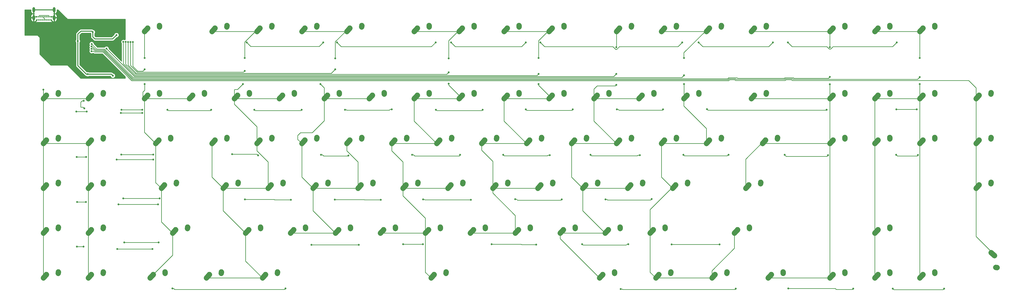
<source format=gtl>
G04 #@! TF.GenerationSoftware,KiCad,Pcbnew,(5.1.5)-3*
G04 #@! TF.CreationDate,2020-02-18T06:33:41+01:00*
G04 #@! TF.ProjectId,CustomTKL101,43757374-6f6d-4544-9b4c-3130312e6b69,rev?*
G04 #@! TF.SameCoordinates,Original*
G04 #@! TF.FileFunction,Copper,L1,Top*
G04 #@! TF.FilePolarity,Positive*
%FSLAX46Y46*%
G04 Gerber Fmt 4.6, Leading zero omitted, Abs format (unit mm)*
G04 Created by KiCad (PCBNEW (5.1.5)-3) date 2020-02-18 06:33:41*
%MOMM*%
%LPD*%
G04 APERTURE LIST*
%ADD10C,2.250000*%
%ADD11C,2.250000*%
%ADD12O,1.108000X2.216000*%
%ADD13C,0.650000*%
%ADD14C,0.800000*%
%ADD15C,0.250000*%
%ADD16C,0.400000*%
%ADD17C,0.254000*%
G04 APERTURE END LIST*
D10*
X483368000Y-176062000D03*
D11*
X481908000Y-174752000D02*
X483368000Y-176062002D01*
D10*
X484448000Y-181102000D03*
D11*
X483868000Y-181062000D02*
X484448000Y-181102000D01*
D10*
X245880250Y-184087000D03*
D11*
X244570250Y-185547000D02*
X245880252Y-184087000D01*
D10*
X250920250Y-183007000D03*
D11*
X250880250Y-183587000D02*
X250920250Y-183007000D01*
D10*
X374467750Y-165037000D03*
D11*
X373157750Y-166497000D02*
X374467752Y-165037000D01*
D10*
X379507750Y-163957000D03*
D11*
X379467750Y-164537000D02*
X379507750Y-163957000D01*
D10*
X379230250Y-145987000D03*
D11*
X377920250Y-147447000D02*
X379230252Y-145987000D01*
D10*
X384270250Y-144907000D03*
D11*
X384230250Y-145487000D02*
X384270250Y-144907000D01*
D10*
X381611500Y-107887000D03*
D11*
X380301500Y-109347000D02*
X381611502Y-107887000D01*
D10*
X386651500Y-106807000D03*
D11*
X386611500Y-107387000D02*
X386651500Y-106807000D01*
D10*
X136342750Y-165037000D03*
D11*
X135032750Y-166497000D02*
X136342752Y-165037000D01*
D10*
X141382750Y-163957000D03*
D11*
X141342750Y-164537000D02*
X141382750Y-163957000D01*
D10*
X105664000Y-144907000D03*
D11*
X105624000Y-145487000D02*
X105664000Y-144907000D01*
X99314000Y-147447000D02*
X100624002Y-145987000D01*
D10*
X100624000Y-145987000D03*
X105664000Y-106807000D03*
D11*
X105624000Y-107387000D02*
X105664000Y-106807000D01*
X99314000Y-109347000D02*
X100624002Y-107887000D01*
D10*
X100624000Y-107887000D03*
X439039000Y-106807000D03*
D11*
X438999000Y-107387000D02*
X439039000Y-106807000D01*
X432689000Y-109347000D02*
X433999002Y-107887000D01*
D10*
X433999000Y-107887000D03*
X458089000Y-106807000D03*
D11*
X458049000Y-107387000D02*
X458089000Y-106807000D01*
X451739000Y-109347000D02*
X453049002Y-107887000D01*
D10*
X453049000Y-107887000D03*
X196151500Y-125857000D03*
D11*
X196111500Y-126437000D02*
X196151500Y-125857000D01*
X189801500Y-128397000D02*
X191111502Y-126937000D01*
D10*
X191111500Y-126937000D03*
X177101500Y-125857000D03*
D11*
X177061500Y-126437000D02*
X177101500Y-125857000D01*
X170751500Y-128397000D02*
X172061502Y-126937000D01*
D10*
X172061500Y-126937000D03*
X481901500Y-106807000D03*
D11*
X481861500Y-107387000D02*
X481901500Y-106807000D01*
X475551500Y-109347000D02*
X476861502Y-107887000D01*
D10*
X476861500Y-107887000D03*
X158051500Y-125857000D03*
D11*
X158011500Y-126437000D02*
X158051500Y-125857000D01*
X151701500Y-128397000D02*
X153011502Y-126937000D01*
D10*
X153011500Y-126937000D03*
X419989000Y-183007000D03*
D11*
X419949000Y-183587000D02*
X419989000Y-183007000D01*
X413639000Y-185547000D02*
X414949002Y-184087000D01*
D10*
X414949000Y-184087000D03*
X439039000Y-183007000D03*
D11*
X438999000Y-183587000D02*
X439039000Y-183007000D01*
X432689000Y-185547000D02*
X433999002Y-184087000D01*
D10*
X433999000Y-184087000D03*
X458089000Y-183007000D03*
D11*
X458049000Y-183587000D02*
X458089000Y-183007000D01*
X451739000Y-185547000D02*
X453049002Y-184087000D01*
D10*
X453049000Y-184087000D03*
X439039000Y-125857000D03*
D11*
X438999000Y-126437000D02*
X439039000Y-125857000D01*
X432689000Y-128397000D02*
X433999002Y-126937000D01*
D10*
X433999000Y-126937000D03*
X458089000Y-125857000D03*
D11*
X458049000Y-126437000D02*
X458089000Y-125857000D01*
X451739000Y-128397000D02*
X453049002Y-126937000D01*
D10*
X453049000Y-126937000D03*
X481901500Y-125857000D03*
D11*
X481861500Y-126437000D02*
X481901500Y-125857000D01*
X475551500Y-128397000D02*
X476861502Y-126937000D01*
D10*
X476861500Y-126937000D03*
X419989000Y-125857000D03*
D11*
X419949000Y-126437000D02*
X419989000Y-125857000D01*
X413639000Y-128397000D02*
X414949002Y-126937000D01*
D10*
X414949000Y-126937000D03*
X162814000Y-144907000D03*
D11*
X162774000Y-145487000D02*
X162814000Y-144907000D01*
X156464000Y-147447000D02*
X157774002Y-145987000D01*
D10*
X157774000Y-145987000D03*
X272351500Y-125857000D03*
D11*
X272311500Y-126437000D02*
X272351500Y-125857000D01*
X266001500Y-128397000D02*
X267311502Y-126937000D01*
D10*
X267311500Y-126937000D03*
X310451500Y-125857000D03*
D11*
X310411500Y-126437000D02*
X310451500Y-125857000D01*
X304101500Y-128397000D02*
X305411502Y-126937000D01*
D10*
X305411500Y-126937000D03*
X348551500Y-125857000D03*
D11*
X348511500Y-126437000D02*
X348551500Y-125857000D01*
X342201500Y-128397000D02*
X343511502Y-126937000D01*
D10*
X343511500Y-126937000D03*
X367601500Y-125857000D03*
D11*
X367561500Y-126437000D02*
X367601500Y-125857000D01*
X361251500Y-128397000D02*
X362561502Y-126937000D01*
D10*
X362561500Y-126937000D03*
X215201500Y-125857000D03*
D11*
X215161500Y-126437000D02*
X215201500Y-125857000D01*
X208851500Y-128397000D02*
X210161502Y-126937000D01*
D10*
X210161500Y-126937000D03*
X234251500Y-125857000D03*
D11*
X234211500Y-126437000D02*
X234251500Y-125857000D01*
X227901500Y-128397000D02*
X229211502Y-126937000D01*
D10*
X229211500Y-126937000D03*
X291401500Y-125857000D03*
D11*
X291361500Y-126437000D02*
X291401500Y-125857000D01*
X285051500Y-128397000D02*
X286361502Y-126937000D01*
D10*
X286361500Y-126937000D03*
X329501500Y-125857000D03*
D11*
X329461500Y-126437000D02*
X329501500Y-125857000D01*
X323151500Y-128397000D02*
X324461502Y-126937000D01*
D10*
X324461500Y-126937000D03*
X253301500Y-125857000D03*
D11*
X253261500Y-126437000D02*
X253301500Y-125857000D01*
X246951500Y-128397000D02*
X248261502Y-126937000D01*
D10*
X248261500Y-126937000D03*
X129476500Y-106807000D03*
D11*
X129436500Y-107387000D02*
X129476500Y-106807000D01*
X123126500Y-109347000D02*
X124436502Y-107887000D01*
D10*
X124436500Y-107887000D03*
X224726500Y-106807000D03*
D11*
X224686500Y-107387000D02*
X224726500Y-106807000D01*
X218376500Y-109347000D02*
X219686502Y-107887000D01*
D10*
X219686500Y-107887000D03*
X148526500Y-106807000D03*
D11*
X148486500Y-107387000D02*
X148526500Y-106807000D01*
X142176500Y-109347000D02*
X143486502Y-107887000D01*
D10*
X143486500Y-107887000D03*
X205676500Y-106807000D03*
D11*
X205636500Y-107387000D02*
X205676500Y-106807000D01*
X199326500Y-109347000D02*
X200636502Y-107887000D01*
D10*
X200636500Y-107887000D03*
X167576500Y-106807000D03*
D11*
X167536500Y-107387000D02*
X167576500Y-106807000D01*
X161226500Y-109347000D02*
X162536502Y-107887000D01*
D10*
X162536500Y-107887000D03*
X186626500Y-106807000D03*
D11*
X186586500Y-107387000D02*
X186626500Y-106807000D01*
X180276500Y-109347000D02*
X181586502Y-107887000D01*
D10*
X181586500Y-107887000D03*
X200914000Y-144907000D03*
D11*
X200874000Y-145487000D02*
X200914000Y-144907000D01*
X194564000Y-147447000D02*
X195874002Y-145987000D01*
D10*
X195874000Y-145987000D03*
X181864000Y-144907000D03*
D11*
X181824000Y-145487000D02*
X181864000Y-144907000D01*
X175514000Y-147447000D02*
X176824002Y-145987000D01*
D10*
X176824000Y-145987000D03*
X219964000Y-144907000D03*
D11*
X219924000Y-145487000D02*
X219964000Y-144907000D01*
X213614000Y-147447000D02*
X214924002Y-145987000D01*
D10*
X214924000Y-145987000D03*
X258064000Y-144907000D03*
D11*
X258024000Y-145487000D02*
X258064000Y-144907000D01*
X251714000Y-147447000D02*
X253024002Y-145987000D01*
D10*
X253024000Y-145987000D03*
X277114000Y-144907000D03*
D11*
X277074000Y-145487000D02*
X277114000Y-144907000D01*
X270764000Y-147447000D02*
X272074002Y-145987000D01*
D10*
X272074000Y-145987000D03*
X315214000Y-144907000D03*
D11*
X315174000Y-145487000D02*
X315214000Y-144907000D01*
X308864000Y-147447000D02*
X310174002Y-145987000D01*
D10*
X310174000Y-145987000D03*
X334264000Y-144907000D03*
D11*
X334224000Y-145487000D02*
X334264000Y-144907000D01*
X327914000Y-147447000D02*
X329224002Y-145987000D01*
D10*
X329224000Y-145987000D03*
X239014000Y-144907000D03*
D11*
X238974000Y-145487000D02*
X239014000Y-144907000D01*
X232664000Y-147447000D02*
X233974002Y-145987000D01*
D10*
X233974000Y-145987000D03*
X296164000Y-144907000D03*
D11*
X296124000Y-145487000D02*
X296164000Y-144907000D01*
X289814000Y-147447000D02*
X291124002Y-145987000D01*
D10*
X291124000Y-145987000D03*
X343789000Y-163957000D03*
D11*
X343749000Y-164537000D02*
X343789000Y-163957000D01*
X337439000Y-166497000D02*
X338749002Y-165037000D01*
D10*
X338749000Y-165037000D03*
X439039000Y-163957000D03*
D11*
X438999000Y-164537000D02*
X439039000Y-163957000D01*
X432689000Y-166497000D02*
X433999002Y-165037000D01*
D10*
X433999000Y-165037000D03*
X286639000Y-163957000D03*
D11*
X286599000Y-164537000D02*
X286639000Y-163957000D01*
X280289000Y-166497000D02*
X281599002Y-165037000D01*
D10*
X281599000Y-165037000D03*
X248539000Y-163957000D03*
D11*
X248499000Y-164537000D02*
X248539000Y-163957000D01*
X242189000Y-166497000D02*
X243499002Y-165037000D01*
D10*
X243499000Y-165037000D03*
X353314000Y-144907000D03*
D11*
X353274000Y-145487000D02*
X353314000Y-144907000D01*
X346964000Y-147447000D02*
X348274002Y-145987000D01*
D10*
X348274000Y-145987000D03*
X172339000Y-163957000D03*
D11*
X172299000Y-164537000D02*
X172339000Y-163957000D01*
X165989000Y-166497000D02*
X167299002Y-165037000D01*
D10*
X167299000Y-165037000D03*
X229489000Y-163957000D03*
D11*
X229449000Y-164537000D02*
X229489000Y-163957000D01*
X223139000Y-166497000D02*
X224449002Y-165037000D01*
D10*
X224449000Y-165037000D03*
X481901500Y-144907000D03*
D11*
X481861500Y-145487000D02*
X481901500Y-144907000D01*
X475551500Y-147447000D02*
X476861502Y-145987000D01*
D10*
X476861500Y-145987000D03*
X191389000Y-163957000D03*
D11*
X191349000Y-164537000D02*
X191389000Y-163957000D01*
X185039000Y-166497000D02*
X186349002Y-165037000D01*
D10*
X186349000Y-165037000D03*
X210439000Y-163957000D03*
D11*
X210399000Y-164537000D02*
X210439000Y-163957000D01*
X204089000Y-166497000D02*
X205399002Y-165037000D01*
D10*
X205399000Y-165037000D03*
X305689000Y-163957000D03*
D11*
X305649000Y-164537000D02*
X305689000Y-163957000D01*
X299339000Y-166497000D02*
X300649002Y-165037000D01*
D10*
X300649000Y-165037000D03*
X324739000Y-163957000D03*
D11*
X324699000Y-164537000D02*
X324739000Y-163957000D01*
X318389000Y-166497000D02*
X319699002Y-165037000D01*
D10*
X319699000Y-165037000D03*
X267589000Y-163957000D03*
D11*
X267549000Y-164537000D02*
X267589000Y-163957000D01*
X261239000Y-166497000D02*
X262549002Y-165037000D01*
D10*
X262549000Y-165037000D03*
X300926500Y-106807000D03*
D11*
X300886500Y-107387000D02*
X300926500Y-106807000D01*
X294576500Y-109347000D02*
X295886502Y-107887000D01*
D10*
X295886500Y-107887000D03*
X281876500Y-106807000D03*
D11*
X281836500Y-107387000D02*
X281876500Y-106807000D01*
X275526500Y-109347000D02*
X276836502Y-107887000D01*
D10*
X276836500Y-107887000D03*
X319976500Y-106807000D03*
D11*
X319936500Y-107387000D02*
X319976500Y-106807000D01*
X313626500Y-109347000D02*
X314936502Y-107887000D01*
D10*
X314936500Y-107887000D03*
X262826500Y-106807000D03*
D11*
X262786500Y-107387000D02*
X262826500Y-106807000D01*
X256476500Y-109347000D02*
X257786502Y-107887000D01*
D10*
X257786500Y-107887000D03*
X358076500Y-106807000D03*
D11*
X358036500Y-107387000D02*
X358076500Y-106807000D01*
X351726500Y-109347000D02*
X353036502Y-107887000D01*
D10*
X353036500Y-107887000D03*
X339026500Y-106807000D03*
D11*
X338986500Y-107387000D02*
X339026500Y-106807000D01*
X332676500Y-109347000D02*
X333986502Y-107887000D01*
D10*
X333986500Y-107887000D03*
X419989000Y-106807000D03*
D11*
X419949000Y-107387000D02*
X419989000Y-106807000D01*
X413639000Y-109347000D02*
X414949002Y-107887000D01*
D10*
X414949000Y-107887000D03*
X243776500Y-106807000D03*
D11*
X243736500Y-107387000D02*
X243776500Y-106807000D01*
X237426500Y-109347000D02*
X238736502Y-107887000D01*
D10*
X238736500Y-107887000D03*
D11*
X134199000Y-126437000D02*
X134239000Y-125857000D01*
D10*
X134239000Y-125857000D03*
D11*
X127889000Y-128397000D02*
X129199002Y-126937000D01*
D10*
X129199000Y-126937000D03*
D11*
X391374000Y-126437000D02*
X391414000Y-125857000D01*
D10*
X391414000Y-125857000D03*
D11*
X385064000Y-128397000D02*
X386374002Y-126937000D01*
D10*
X386374000Y-126937000D03*
D11*
X136580250Y-145487000D02*
X136620250Y-144907000D01*
D10*
X136620250Y-144907000D03*
D11*
X130270250Y-147447000D02*
X131580252Y-145987000D01*
D10*
X131580250Y-145987000D03*
D11*
X131817750Y-183587000D02*
X131857750Y-183007000D01*
D10*
X131857750Y-183007000D03*
D11*
X125507750Y-185547000D02*
X126817752Y-184087000D01*
D10*
X126817750Y-184087000D03*
D11*
X393755250Y-183587000D02*
X393795250Y-183007000D01*
D10*
X393795250Y-183007000D03*
D11*
X387445250Y-185547000D02*
X388755252Y-184087000D01*
D10*
X388755250Y-184087000D03*
D11*
X322317750Y-183587000D02*
X322357750Y-183007000D01*
D10*
X322357750Y-183007000D03*
D11*
X316007750Y-185547000D02*
X317317752Y-184087000D01*
D10*
X317317750Y-184087000D03*
D11*
X179442750Y-183587000D02*
X179482750Y-183007000D01*
D10*
X179482750Y-183007000D03*
D11*
X173132750Y-185547000D02*
X174442752Y-184087000D01*
D10*
X174442750Y-184087000D03*
D11*
X155630250Y-183587000D02*
X155670250Y-183007000D01*
D10*
X155670250Y-183007000D03*
D11*
X149320250Y-185547000D02*
X150630252Y-184087000D01*
D10*
X150630250Y-184087000D03*
D11*
X369942750Y-183587000D02*
X369982750Y-183007000D01*
D10*
X369982750Y-183007000D03*
D11*
X363632750Y-185547000D02*
X364942752Y-184087000D01*
D10*
X364942750Y-184087000D03*
D11*
X346130250Y-183587000D02*
X346170250Y-183007000D01*
D10*
X346170250Y-183007000D03*
D11*
X339820250Y-185547000D02*
X341130252Y-184087000D01*
D10*
X341130250Y-184087000D03*
X86614000Y-125857000D03*
D11*
X86574000Y-126437000D02*
X86614000Y-125857000D01*
X80264000Y-128397000D02*
X81574002Y-126937000D01*
D10*
X81574000Y-126937000D03*
X105664000Y-125857000D03*
D11*
X105624000Y-126437000D02*
X105664000Y-125857000D01*
X99314000Y-128397000D02*
X100624002Y-126937000D01*
D10*
X100624000Y-126937000D03*
X105664000Y-183007000D03*
D11*
X105624000Y-183587000D02*
X105664000Y-183007000D01*
X99314000Y-185547000D02*
X100624002Y-184087000D01*
D10*
X100624000Y-184087000D03*
X86614000Y-183007000D03*
D11*
X86574000Y-183587000D02*
X86614000Y-183007000D01*
X80264000Y-185547000D02*
X81574002Y-184087000D01*
D10*
X81574000Y-184087000D03*
X86614000Y-144907000D03*
D11*
X86574000Y-145487000D02*
X86614000Y-144907000D01*
X80264000Y-147447000D02*
X81574002Y-145987000D01*
D10*
X81574000Y-145987000D03*
X86614000Y-106807000D03*
D11*
X86574000Y-107387000D02*
X86614000Y-106807000D01*
X80264000Y-109347000D02*
X81574002Y-107887000D01*
D10*
X81574000Y-107887000D03*
X105664000Y-163957000D03*
D11*
X105624000Y-164537000D02*
X105664000Y-163957000D01*
X99314000Y-166497000D02*
X100624002Y-165037000D01*
D10*
X100624000Y-165037000D03*
X86614000Y-163957000D03*
D11*
X86574000Y-164537000D02*
X86614000Y-163957000D01*
X80264000Y-166497000D02*
X81574002Y-165037000D01*
D10*
X81574000Y-165037000D03*
X129476500Y-78232000D03*
D11*
X129436500Y-78812000D02*
X129476500Y-78232000D01*
X123126500Y-80772000D02*
X124436502Y-79312000D01*
D10*
X124436500Y-79312000D03*
X158051500Y-78232000D03*
D11*
X158011500Y-78812000D02*
X158051500Y-78232000D01*
X151701500Y-80772000D02*
X153011502Y-79312000D01*
D10*
X153011500Y-79312000D03*
X177101500Y-78232000D03*
D11*
X177061500Y-78812000D02*
X177101500Y-78232000D01*
X170751500Y-80772000D02*
X172061502Y-79312000D01*
D10*
X172061500Y-79312000D03*
X196151500Y-78232000D03*
D11*
X196111500Y-78812000D02*
X196151500Y-78232000D01*
X189801500Y-80772000D02*
X191111502Y-79312000D01*
D10*
X191111500Y-79312000D03*
X215201500Y-78232000D03*
D11*
X215161500Y-78812000D02*
X215201500Y-78232000D01*
X208851500Y-80772000D02*
X210161502Y-79312000D01*
D10*
X210161500Y-79312000D03*
X243776500Y-78232000D03*
D11*
X243736500Y-78812000D02*
X243776500Y-78232000D01*
X237426500Y-80772000D02*
X238736502Y-79312000D01*
D10*
X238736500Y-79312000D03*
X262826500Y-78232000D03*
D11*
X262786500Y-78812000D02*
X262826500Y-78232000D01*
X256476500Y-80772000D02*
X257786502Y-79312000D01*
D10*
X257786500Y-79312000D03*
X281876500Y-78232000D03*
D11*
X281836500Y-78812000D02*
X281876500Y-78232000D01*
X275526500Y-80772000D02*
X276836502Y-79312000D01*
D10*
X276836500Y-79312000D03*
X300926500Y-78232000D03*
D11*
X300886500Y-78812000D02*
X300926500Y-78232000D01*
X294576500Y-80772000D02*
X295886502Y-79312000D01*
D10*
X295886500Y-79312000D03*
X329501500Y-78232000D03*
D11*
X329461500Y-78812000D02*
X329501500Y-78232000D01*
X323151500Y-80772000D02*
X324461502Y-79312000D01*
D10*
X324461500Y-79312000D03*
X348551500Y-78232000D03*
D11*
X348511500Y-78812000D02*
X348551500Y-78232000D01*
X342201500Y-80772000D02*
X343511502Y-79312000D01*
D10*
X343511500Y-79312000D03*
X367601500Y-78232000D03*
D11*
X367561500Y-78812000D02*
X367601500Y-78232000D01*
X361251500Y-80772000D02*
X362561502Y-79312000D01*
D10*
X362561500Y-79312000D03*
X386651500Y-78232000D03*
D11*
X386611500Y-78812000D02*
X386651500Y-78232000D01*
X380301500Y-80772000D02*
X381611502Y-79312000D01*
D10*
X381611500Y-79312000D03*
X419989000Y-78232000D03*
D11*
X419949000Y-78812000D02*
X419989000Y-78232000D01*
X413639000Y-80772000D02*
X414949002Y-79312000D01*
D10*
X414949000Y-79312000D03*
X439039000Y-78232000D03*
D11*
X438999000Y-78812000D02*
X439039000Y-78232000D01*
X432689000Y-80772000D02*
X433999002Y-79312000D01*
D10*
X433999000Y-79312000D03*
X458089000Y-78232000D03*
D11*
X458049000Y-78812000D02*
X458089000Y-78232000D01*
X451739000Y-80772000D02*
X453049002Y-79312000D01*
D10*
X453049000Y-79312000D03*
D12*
X84843000Y-71547000D03*
X76193000Y-71547000D03*
X76193000Y-74927000D03*
X84843000Y-74927000D03*
D13*
X83493000Y-74557000D03*
X82643000Y-74557000D03*
X81793000Y-74557000D03*
X80943000Y-74557000D03*
X80093000Y-74557000D03*
X79243000Y-74557000D03*
X78393000Y-74557000D03*
X77543000Y-74557000D03*
X77543000Y-75907000D03*
X78393000Y-75907000D03*
X79243000Y-75907000D03*
X80093000Y-75907000D03*
X80943000Y-75907000D03*
X81793000Y-75907000D03*
X82643000Y-75907000D03*
X83493000Y-75907000D03*
D14*
X82423000Y-81915000D03*
X86741000Y-81915000D03*
X91313000Y-87884000D03*
X78105000Y-81915000D03*
X101219000Y-81026000D03*
X94869000Y-84836000D03*
X99060000Y-98933000D03*
X109728000Y-99568000D03*
X111252000Y-82296000D03*
X198882000Y-85471000D03*
X166488000Y-85462000D03*
X204724000Y-85471000D03*
X246516000Y-85462000D03*
X253111000Y-85471000D03*
X284734000Y-85471000D03*
X290948000Y-85462000D03*
X351028000Y-85471000D03*
X358004000Y-85462000D03*
X389509000Y-85471000D03*
X395850000Y-85462000D03*
X441960000Y-85471000D03*
X94224001Y-114812001D03*
X98674999Y-114812001D03*
X113157000Y-115443000D03*
X122174000Y-115443000D03*
X113411000Y-114046000D03*
X122174000Y-114046000D03*
X132842000Y-114046000D03*
X151384000Y-114087001D03*
X169672000Y-114046000D03*
X189738000Y-114046000D03*
X208153000Y-114046000D03*
X227965000Y-113919000D03*
X227965000Y-113919000D03*
X246634000Y-114046000D03*
X266446000Y-114046000D03*
X266446000Y-114046000D03*
X284734000Y-113919000D03*
X304673000Y-113919000D03*
X304673000Y-113919000D03*
X323342000Y-113919000D03*
X342900000Y-113919000D03*
X361569000Y-113792000D03*
X412209099Y-114087001D03*
X441833000Y-113919000D03*
X450469000Y-113919000D03*
X94398000Y-134112000D03*
X98425000Y-134112000D03*
X111379000Y-135255000D03*
X126873000Y-135255000D03*
X113293000Y-133087000D03*
X126864000Y-133087000D03*
X160274000Y-132969000D03*
X160274000Y-132969000D03*
X171323000Y-133477000D03*
X197993000Y-133223000D03*
X209550000Y-133514000D03*
X209550000Y-133514000D03*
X236601000Y-133223000D03*
X256921000Y-133223000D03*
X275209000Y-133223000D03*
X294894000Y-133350000D03*
X312166000Y-133223000D03*
X333121000Y-133350000D03*
X333121000Y-133350000D03*
X351536000Y-133223000D03*
X351536000Y-133223000D03*
X370713000Y-133223000D03*
X394462000Y-133223000D03*
X412877000Y-133350000D03*
X412877000Y-133350000D03*
X441706000Y-133223000D03*
X450977000Y-133260000D03*
X450977000Y-133260000D03*
X94601000Y-153289000D03*
X98298000Y-153289000D03*
X112141000Y-154305000D03*
X128905000Y-154305000D03*
X114173000Y-151765000D03*
X129540000Y-151765000D03*
X165735000Y-152146000D03*
X185133099Y-152305901D03*
X203835000Y-152273000D03*
X203835000Y-152273000D03*
X223233099Y-152305901D03*
X241231847Y-152204847D03*
X241231847Y-152204847D03*
X261460099Y-152305901D03*
X280220847Y-152077847D03*
X280220847Y-152077847D03*
X299974000Y-152187001D03*
X318515348Y-152145348D03*
X318515348Y-152145348D03*
X338074000Y-152019000D03*
X338074000Y-152019000D03*
X94488000Y-172226000D03*
X97282000Y-172212000D03*
X111633000Y-173228000D03*
X126492000Y-173228000D03*
X114554000Y-170434000D03*
X129159000Y-170434000D03*
X193929000Y-171450000D03*
X213995000Y-171450000D03*
X232791000Y-171196000D03*
X241173000Y-171196000D03*
X270256000Y-171196000D03*
X289146099Y-171355901D03*
X308610000Y-171196000D03*
X328168000Y-171196000D03*
X346583000Y-171323000D03*
X366851721Y-171271721D03*
X97631250Y-113506250D03*
X97409000Y-110236000D03*
X134932847Y-190050847D03*
X182880000Y-189992000D03*
X324993000Y-190246000D03*
X373761000Y-190119000D03*
X395986000Y-189992000D03*
X423545000Y-190119000D03*
X440309000Y-190119000D03*
X462026000Y-190119000D03*
X123190000Y-92075000D03*
X123190000Y-103124000D03*
X118172326Y-85254000D03*
X123190000Y-96901000D03*
X165608000Y-92075000D03*
X164846000Y-103124000D03*
X117172323Y-85254000D03*
X165608000Y-97536000D03*
X203998999Y-92238999D03*
X197739000Y-103124000D03*
X116172320Y-85254000D03*
X203998999Y-96864001D03*
X252095000Y-92202000D03*
X252095000Y-102997000D03*
X115173003Y-85217000D03*
X252095000Y-98171000D03*
X290195000Y-92075000D03*
X290195000Y-103124000D03*
X114173000Y-85217000D03*
X290195000Y-98806000D03*
X107019454Y-88082918D03*
X323088000Y-87466000D03*
X323088000Y-103505000D03*
X323088000Y-98806000D03*
X351790000Y-92075000D03*
X351790000Y-103124000D03*
X100720306Y-86096694D03*
X351790000Y-99441000D03*
X413639000Y-87466000D03*
X413639000Y-103251000D03*
X100715653Y-87117347D03*
X413639000Y-100076000D03*
X451739000Y-92075000D03*
X451739000Y-103124000D03*
X100711000Y-88138000D03*
X451739000Y-100203000D03*
X80264000Y-105537000D03*
X100711000Y-89154000D03*
D15*
X86741000Y-81915000D02*
X86741000Y-81915000D01*
D16*
X91313000Y-86487000D02*
X86741000Y-81915000D01*
X91313000Y-87884000D02*
X91313000Y-86487000D01*
X86741000Y-81915000D02*
X82423000Y-81915000D01*
X81857315Y-81915000D02*
X82423000Y-81915000D01*
X84473000Y-74557000D02*
X84843000Y-74927000D01*
X83493000Y-74557000D02*
X84473000Y-74557000D01*
X84843000Y-74927000D02*
X84843000Y-71547000D01*
X83889000Y-71547000D02*
X76193000Y-71547000D01*
X84843000Y-71547000D02*
X83889000Y-71547000D01*
X76193000Y-71547000D02*
X76193000Y-74927000D01*
X76563000Y-74557000D02*
X76193000Y-74927000D01*
X77543000Y-74557000D02*
X76563000Y-74557000D01*
X78105000Y-81915000D02*
X81857315Y-81915000D01*
X101219000Y-81026000D02*
X101219000Y-83058000D01*
X101219000Y-83058000D02*
X102108000Y-83947000D01*
X109601000Y-83947000D02*
X111252000Y-82296000D01*
X102108000Y-83947000D02*
X109601000Y-83947000D01*
X94869000Y-85401685D02*
X94869000Y-84836000D01*
X94869000Y-95307685D02*
X94869000Y-85401685D01*
X98494315Y-98933000D02*
X94869000Y-95307685D01*
X99060000Y-98933000D02*
X98494315Y-98933000D01*
X109093000Y-98933000D02*
X109728000Y-99568000D01*
X99060000Y-98933000D02*
X109093000Y-98933000D01*
X100819001Y-80626001D02*
X96157999Y-80626001D01*
X101219000Y-81026000D02*
X100819001Y-80626001D01*
X94869000Y-81915000D02*
X94869000Y-84836000D01*
X96157999Y-80626001D02*
X94869000Y-81915000D01*
D15*
X82643000Y-74097381D02*
X82643000Y-74557000D01*
X78393000Y-74097381D02*
X78583382Y-73906999D01*
X82452618Y-73906999D02*
X82643000Y-74097381D01*
X78583382Y-73906999D02*
X82452618Y-73906999D01*
X78393000Y-74557000D02*
X78393000Y-74097381D01*
X80943000Y-75519002D02*
X80943000Y-75907000D01*
X80093000Y-74669002D02*
X80943000Y-75519002D01*
X80093000Y-74557000D02*
X80093000Y-74669002D01*
X197231000Y-87122000D02*
X198882000Y-85471000D01*
X166488000Y-85462000D02*
X168148000Y-87122000D01*
X168148000Y-87122000D02*
X197231000Y-87122000D01*
X205123999Y-85870999D02*
X204724000Y-85471000D01*
X206502000Y-87249000D02*
X205123999Y-85870999D01*
X246516000Y-85462000D02*
X244729000Y-87249000D01*
X244729000Y-87249000D02*
X206502000Y-87249000D01*
X254889000Y-87249000D02*
X253111000Y-85471000D01*
X284734000Y-85471000D02*
X282956000Y-87249000D01*
X282956000Y-87249000D02*
X254889000Y-87249000D01*
X358004000Y-85462000D02*
X359791000Y-87249000D01*
X359791000Y-87249000D02*
X387731000Y-87249000D01*
X389509000Y-85471000D02*
X387731000Y-87249000D01*
X324378002Y-87249000D02*
X349250000Y-87249000D01*
X292735000Y-87249000D02*
X321691000Y-87249000D01*
X290948000Y-85462000D02*
X292735000Y-87249000D01*
X323235002Y-88392000D02*
X324378002Y-87249000D01*
X321691000Y-87249000D02*
X322834000Y-88392000D01*
X349250000Y-87249000D02*
X351028000Y-85471000D01*
X322834000Y-88392000D02*
X323235002Y-88392000D01*
X414909000Y-87249000D02*
X440182000Y-87249000D01*
X414802002Y-87355998D02*
X414909000Y-87249000D01*
X414802002Y-87376000D02*
X414802002Y-87355998D01*
X397637000Y-87249000D02*
X412348998Y-87249000D01*
X413364998Y-88265000D02*
X413913002Y-88265000D01*
X440182000Y-87249000D02*
X441960000Y-85471000D01*
X412348998Y-87249000D02*
X413364998Y-88265000D01*
X395850000Y-85462000D02*
X397637000Y-87249000D01*
X413913002Y-88265000D02*
X414802002Y-87376000D01*
X94224001Y-114812001D02*
X98674999Y-114812001D01*
X113157000Y-115443000D02*
X122174000Y-115443000D01*
X113411000Y-114046000D02*
X122174000Y-114046000D01*
X133241999Y-114445999D02*
X151111001Y-114445999D01*
X132842000Y-114046000D02*
X133241999Y-114445999D01*
X151111001Y-114445999D02*
X151384000Y-114173000D01*
X151384000Y-114173000D02*
X151384000Y-114087001D01*
X189338001Y-114445999D02*
X189738000Y-114046000D01*
X169672000Y-114046000D02*
X170071999Y-114445999D01*
X170071999Y-114445999D02*
X189338001Y-114445999D01*
X208153000Y-114046000D02*
X208718685Y-114046000D01*
X208878586Y-114205901D02*
X226916099Y-114205901D01*
X208718685Y-114046000D02*
X208878586Y-114205901D01*
X226916099Y-114205901D02*
X227203000Y-113919000D01*
X227203000Y-113919000D02*
X227965000Y-113919000D01*
X266046001Y-114445999D02*
X266446000Y-114046000D01*
X246634000Y-114046000D02*
X247033999Y-114445999D01*
X247033999Y-114445999D02*
X266046001Y-114445999D01*
X304273001Y-114318999D02*
X304673000Y-113919000D01*
X284734000Y-113919000D02*
X285133999Y-114318999D01*
X285133999Y-114318999D02*
X304273001Y-114318999D01*
X323342000Y-113919000D02*
X323907685Y-113919000D01*
X324194586Y-114205901D02*
X342613099Y-114205901D01*
X323907685Y-113919000D02*
X324194586Y-114205901D01*
X342613099Y-114205901D02*
X342900000Y-113919000D01*
X361982901Y-114205901D02*
X412209099Y-114205901D01*
X361569000Y-113792000D02*
X361982901Y-114205901D01*
X412209099Y-114205901D02*
X412209099Y-114087001D01*
X441833000Y-113919000D02*
X450469000Y-113919000D01*
X94398000Y-134112000D02*
X94963685Y-134112000D01*
X94963685Y-134112000D02*
X98425000Y-134112000D01*
X111379000Y-135255000D02*
X111944685Y-135255000D01*
X111944685Y-135255000D02*
X126873000Y-135255000D01*
X113293000Y-133087000D02*
X126864000Y-133087000D01*
X160274000Y-132969000D02*
X170815000Y-132969000D01*
X170815000Y-132969000D02*
X171323000Y-133477000D01*
X198558685Y-133223000D02*
X199066685Y-133731000D01*
X197993000Y-133223000D02*
X198558685Y-133223000D01*
X199066685Y-133731000D02*
X208915000Y-133731000D01*
X208915000Y-133731000D02*
X209333000Y-133731000D01*
X209333000Y-133731000D02*
X209550000Y-133514000D01*
X237166685Y-133223000D02*
X237674685Y-133731000D01*
X236601000Y-133223000D02*
X237166685Y-133223000D01*
X237674685Y-133731000D02*
X256540000Y-133731000D01*
X256540000Y-133731000D02*
X256921000Y-133350000D01*
X256921000Y-133350000D02*
X256921000Y-133223000D01*
X275608999Y-133622999D02*
X293896999Y-133622999D01*
X275209000Y-133223000D02*
X275608999Y-133622999D01*
X293896999Y-133622999D02*
X294169998Y-133350000D01*
X294169998Y-133350000D02*
X294894000Y-133350000D01*
X312565999Y-133622999D02*
X331996999Y-133622999D01*
X312166000Y-133223000D02*
X312565999Y-133622999D01*
X331996999Y-133622999D02*
X332269998Y-133350000D01*
X332269998Y-133350000D02*
X333121000Y-133350000D01*
X351935999Y-133622999D02*
X370096999Y-133622999D01*
X351536000Y-133223000D02*
X351935999Y-133622999D01*
X370096999Y-133622999D02*
X370496998Y-133223000D01*
X370496998Y-133223000D02*
X370713000Y-133223000D01*
X394462000Y-133223000D02*
X395097000Y-133858000D01*
X395097000Y-133858000D02*
X412369000Y-133858000D01*
X412369000Y-133858000D02*
X412877000Y-133350000D01*
X441706000Y-133223000D02*
X442214000Y-133731000D01*
X442214000Y-133731000D02*
X450596000Y-133731000D01*
X450596000Y-133731000D02*
X450977000Y-133350000D01*
X450977000Y-133350000D02*
X450977000Y-133260000D01*
X94601000Y-153289000D02*
X95166685Y-153289000D01*
X95166685Y-153289000D02*
X98298000Y-153289000D01*
X112141000Y-154305000D02*
X128905000Y-154305000D01*
X114865685Y-151765000D02*
X129540000Y-151765000D01*
X178210927Y-152305901D02*
X185133099Y-152305901D01*
X165735000Y-152146000D02*
X178051026Y-152146000D01*
X178051026Y-152146000D02*
X178210927Y-152305901D01*
X216310927Y-152305901D02*
X223233099Y-152305901D01*
X203835000Y-152273000D02*
X216278026Y-152273000D01*
X216278026Y-152273000D02*
X216310927Y-152305901D01*
X241898586Y-152305901D02*
X261460099Y-152305901D01*
X241231847Y-152204847D02*
X241797532Y-152204847D01*
X241797532Y-152204847D02*
X241898586Y-152305901D01*
X280786532Y-152077847D02*
X281235685Y-152527000D01*
X280220847Y-152077847D02*
X280786532Y-152077847D01*
X281235685Y-152527000D02*
X299593000Y-152527000D01*
X299593000Y-152527000D02*
X299932999Y-152187001D01*
X299932999Y-152187001D02*
X299974000Y-152187001D01*
X319081033Y-152145348D02*
X319335685Y-152400000D01*
X318515348Y-152145348D02*
X319081033Y-152145348D01*
X319335685Y-152400000D02*
X337693000Y-152400000D01*
X337693000Y-152400000D02*
X338074000Y-152019000D01*
X114865685Y-151765000D02*
X114173000Y-151765000D01*
X95053685Y-172226000D02*
X95067685Y-172212000D01*
X94488000Y-172226000D02*
X95053685Y-172226000D01*
X95067685Y-172212000D02*
X97282000Y-172212000D01*
X111633000Y-173228000D02*
X112198685Y-173228000D01*
X112198685Y-173228000D02*
X126492000Y-173228000D01*
X114554000Y-170434000D02*
X129159000Y-170434000D01*
X193929000Y-171450000D02*
X213995000Y-171450000D01*
X232791000Y-171196000D02*
X241173000Y-171196000D01*
X282985927Y-171355901D02*
X289146099Y-171355901D01*
X270256000Y-171196000D02*
X282826026Y-171196000D01*
X282826026Y-171196000D02*
X282985927Y-171355901D01*
X309009999Y-171595999D02*
X327260001Y-171595999D01*
X308610000Y-171196000D02*
X309009999Y-171595999D01*
X327260001Y-171595999D02*
X327660000Y-171196000D01*
X327660000Y-171196000D02*
X328168000Y-171196000D01*
X366903000Y-171323000D02*
X366851721Y-171271721D01*
X346583000Y-171323000D02*
X366903000Y-171323000D01*
X96139000Y-110813315D02*
X96139000Y-112960685D01*
X97409000Y-110236000D02*
X96716315Y-110236000D01*
X96716315Y-110236000D02*
X96139000Y-110813315D01*
X97085685Y-112960685D02*
X97631250Y-113506250D01*
X96139000Y-112960685D02*
X97085685Y-112960685D01*
X135853586Y-190405901D02*
X182466099Y-190405901D01*
X134932847Y-190050847D02*
X135498532Y-190050847D01*
X135498532Y-190050847D02*
X135853586Y-190405901D01*
X182466099Y-190405901D02*
X182880000Y-189992000D01*
X325718586Y-190405901D02*
X373474099Y-190405901D01*
X324993000Y-190246000D02*
X325558685Y-190246000D01*
X325558685Y-190246000D02*
X325718586Y-190405901D01*
X373474099Y-190405901D02*
X373761000Y-190119000D01*
X416335927Y-190405901D02*
X423258099Y-190405901D01*
X395986000Y-189992000D02*
X415922026Y-189992000D01*
X415922026Y-189992000D02*
X416335927Y-190405901D01*
X423258099Y-190405901D02*
X423545000Y-190119000D01*
X440309000Y-190119000D02*
X440708999Y-190518999D01*
X461626001Y-190518999D02*
X462026000Y-190119000D01*
X440708999Y-190518999D02*
X461626001Y-190518999D01*
X123126500Y-109347000D02*
X142176500Y-109347000D01*
X123126500Y-123634500D02*
X127889000Y-128397000D01*
X123126500Y-109347000D02*
X123126500Y-123634500D01*
X127889000Y-145065750D02*
X130270250Y-147447000D01*
X127889000Y-128397000D02*
X127889000Y-145065750D01*
X130270250Y-161734500D02*
X135032750Y-166497000D01*
X130270250Y-147447000D02*
X130270250Y-161734500D01*
X135032750Y-166497000D02*
X134526748Y-166497000D01*
X123126500Y-80772000D02*
X123126500Y-92011500D01*
X123126500Y-92011500D02*
X123190000Y-92075000D01*
X123190000Y-103124000D02*
X123190000Y-105791000D01*
X123190000Y-105791000D02*
X122428000Y-106553000D01*
X122428000Y-108648500D02*
X123126500Y-109347000D01*
X122428000Y-106553000D02*
X122428000Y-108648500D01*
X118172326Y-85254000D02*
X118172326Y-95564916D01*
X118172326Y-95564916D02*
X120259390Y-97651980D01*
X122439020Y-97651980D02*
X123190000Y-96901000D01*
X120259390Y-97651980D02*
X122439020Y-97651980D01*
X125507750Y-185397000D02*
X125507750Y-185547000D01*
X135032750Y-175872000D02*
X125507750Y-185397000D01*
X135032750Y-166497000D02*
X135032750Y-175872000D01*
X151701500Y-80772000D02*
X170751500Y-80772000D01*
X170751500Y-80772000D02*
X170104998Y-80772000D01*
X165989000Y-178403250D02*
X165989000Y-166497000D01*
X173132750Y-185547000D02*
X165989000Y-178403250D01*
X149320250Y-185547000D02*
X173132750Y-185547000D01*
X156464000Y-156972000D02*
X165989000Y-166497000D01*
X156464000Y-147447000D02*
X156464000Y-156972000D01*
X156464000Y-147447000D02*
X175514000Y-147447000D01*
X170751500Y-131508500D02*
X170751500Y-128397000D01*
X175514000Y-136271000D02*
X170751500Y-131508500D01*
X175514000Y-147447000D02*
X175514000Y-136271000D01*
X151701500Y-142684500D02*
X156464000Y-147447000D01*
X151701500Y-128397000D02*
X151701500Y-142684500D01*
X170751500Y-121221500D02*
X161226500Y-111696500D01*
X161226500Y-111696500D02*
X161226500Y-109347000D01*
X170751500Y-128397000D02*
X170751500Y-121221500D01*
X161226500Y-109347000D02*
X180276500Y-109347000D01*
X170104998Y-80772000D02*
X165608000Y-85268998D01*
X165608000Y-85268998D02*
X165608000Y-92075000D01*
X162536500Y-105433500D02*
X161393500Y-105433500D01*
X164846000Y-103124000D02*
X162536500Y-105433500D01*
X161226500Y-105600500D02*
X161226500Y-109347000D01*
X161393500Y-105433500D02*
X161226500Y-105600500D01*
X120072990Y-98101990D02*
X165042010Y-98101990D01*
X117172323Y-85254000D02*
X117172323Y-95201323D01*
X165042010Y-98101990D02*
X165608000Y-97536000D01*
X117172323Y-95201323D02*
X120072990Y-98101990D01*
X189801500Y-80772000D02*
X208851500Y-80772000D01*
X208851500Y-80772000D02*
X208349998Y-80772000D01*
X199326500Y-109347000D02*
X218376500Y-109347000D01*
X185039000Y-166497000D02*
X204089000Y-166497000D01*
X194564000Y-156972000D02*
X194564000Y-147447000D01*
X204089000Y-166497000D02*
X194564000Y-156972000D01*
X194564000Y-147447000D02*
X213614000Y-147447000D01*
X208851500Y-131508500D02*
X208851500Y-128397000D01*
X213614000Y-136271000D02*
X208851500Y-131508500D01*
X213614000Y-147447000D02*
X213614000Y-136271000D01*
X189801500Y-142684500D02*
X194564000Y-147447000D01*
X189801500Y-128397000D02*
X189801500Y-142684500D01*
X217870498Y-109347000D02*
X218376500Y-109347000D01*
X199326500Y-118722000D02*
X194223500Y-123825000D01*
X199326500Y-109347000D02*
X199326500Y-118722000D01*
X194223500Y-123825000D02*
X189230000Y-123825000D01*
X189230000Y-123825000D02*
X188087000Y-124968000D01*
X188087000Y-126682500D02*
X189801500Y-128397000D01*
X188087000Y-124968000D02*
X188087000Y-126682500D01*
X203998999Y-85122999D02*
X203998999Y-92238999D01*
X208349998Y-80772000D02*
X203998999Y-85122999D01*
X199326500Y-104711500D02*
X199326500Y-109347000D01*
X197739000Y-103124000D02*
X199326500Y-104711500D01*
X119635410Y-98552000D02*
X202311000Y-98552000D01*
X202311000Y-98552000D02*
X203998999Y-96864001D01*
X116172320Y-95088910D02*
X119635410Y-98552000D01*
X116172320Y-85254000D02*
X116172320Y-95088910D01*
X237426500Y-80772000D02*
X256476500Y-80772000D01*
X256476500Y-80772000D02*
X255970498Y-80772000D01*
X237426500Y-109347000D02*
X256476500Y-109347000D01*
X242189000Y-183165750D02*
X242189000Y-166497000D01*
X244570250Y-185547000D02*
X242189000Y-183165750D01*
X223139000Y-166497000D02*
X242189000Y-166497000D01*
X232664000Y-150622000D02*
X232664000Y-147447000D01*
X242189000Y-160147000D02*
X232664000Y-150622000D01*
X242189000Y-166497000D02*
X242189000Y-160147000D01*
X232664000Y-147447000D02*
X251714000Y-147447000D01*
X227901500Y-131508500D02*
X227901500Y-128397000D01*
X232664000Y-136271000D02*
X227901500Y-131508500D01*
X232664000Y-147447000D02*
X232664000Y-136271000D01*
X227901500Y-128397000D02*
X246951500Y-128397000D01*
X237426500Y-118872000D02*
X237426500Y-109347000D01*
X246951500Y-128397000D02*
X237426500Y-118872000D01*
X255970498Y-80772000D02*
X252095000Y-84647498D01*
X252095000Y-84647498D02*
X252095000Y-92202000D01*
X256476500Y-107944185D02*
X256476500Y-109347000D01*
X252095000Y-103562685D02*
X256476500Y-107944185D01*
X252095000Y-102997000D02*
X252095000Y-103562685D01*
X251239060Y-99026940D02*
X252095000Y-98171000D01*
X119473940Y-99026940D02*
X251239060Y-99026940D01*
X115173003Y-85217000D02*
X115173003Y-94726003D01*
X115173003Y-94726003D02*
X119473940Y-99026940D01*
X275526500Y-80772000D02*
X294576500Y-80772000D01*
X261239000Y-166497000D02*
X280289000Y-166497000D01*
X270764000Y-149480998D02*
X270764000Y-147447000D01*
X280289000Y-159005998D02*
X270764000Y-149480998D01*
X280289000Y-166497000D02*
X280289000Y-159005998D01*
X270764000Y-147447000D02*
X289814000Y-147447000D01*
X266001500Y-131254500D02*
X266001500Y-128397000D01*
X270764000Y-136017000D02*
X266001500Y-131254500D01*
X270764000Y-147447000D02*
X270764000Y-136017000D01*
X266001500Y-128397000D02*
X285051500Y-128397000D01*
X275526500Y-118872000D02*
X275526500Y-109347000D01*
X285051500Y-128397000D02*
X275526500Y-118872000D01*
X278257000Y-109347000D02*
X294576500Y-109347000D01*
X275526500Y-109347000D02*
X278257000Y-109347000D01*
X290195000Y-103689685D02*
X294576500Y-108071185D01*
X294576500Y-108071185D02*
X294576500Y-109347000D01*
X290195000Y-103124000D02*
X290195000Y-103689685D01*
X290195000Y-84647498D02*
X294070498Y-80772000D01*
X294070498Y-80772000D02*
X294576500Y-80772000D01*
X290195000Y-92075000D02*
X290195000Y-84647498D01*
X289524050Y-99476950D02*
X290195000Y-98806000D01*
X119161950Y-99476950D02*
X289524050Y-99476950D01*
X114173000Y-85217000D02*
X114173000Y-94488000D01*
X114173000Y-94488000D02*
X119161950Y-99476950D01*
X323151500Y-80772000D02*
X323151500Y-87402500D01*
X323151500Y-87402500D02*
X323088000Y-87466000D01*
X322688001Y-103904999D02*
X314941001Y-103904999D01*
X323088000Y-103505000D02*
X322688001Y-103904999D01*
X313626500Y-105219500D02*
X313626500Y-109347000D01*
X314941001Y-103904999D02*
X313626500Y-105219500D01*
X313626500Y-109347000D02*
X332676500Y-109347000D01*
X313626500Y-118872000D02*
X323151500Y-128397000D01*
X313626500Y-109347000D02*
X313626500Y-118872000D01*
X323151500Y-128397000D02*
X304101500Y-128397000D01*
X304101500Y-142684500D02*
X308864000Y-147447000D01*
X304101500Y-128397000D02*
X304101500Y-142684500D01*
X308864000Y-147447000D02*
X327914000Y-147447000D01*
X308864000Y-156972000D02*
X318389000Y-166497000D01*
X308864000Y-147447000D02*
X308864000Y-156972000D01*
X318389000Y-166497000D02*
X299339000Y-166497000D01*
X299339000Y-168878250D02*
X316007750Y-185547000D01*
X299339000Y-166497000D02*
X299339000Y-168878250D01*
X321967040Y-99926960D02*
X323088000Y-98806000D01*
X107019454Y-88082918D02*
X118863496Y-99926960D01*
X118863496Y-99926960D02*
X321967040Y-99926960D01*
X342201500Y-80772000D02*
X361251500Y-80772000D01*
X372651748Y-166497000D02*
X373157750Y-166497000D01*
X337439000Y-183165750D02*
X337439000Y-166497000D01*
X339820250Y-185547000D02*
X337439000Y-183165750D01*
X342519000Y-185547000D02*
X363632750Y-185547000D01*
X339820250Y-185547000D02*
X342519000Y-185547000D01*
X346457998Y-147447000D02*
X346964000Y-147447000D01*
X337439000Y-156465998D02*
X346457998Y-147447000D01*
X337439000Y-166497000D02*
X337439000Y-156465998D01*
X342201500Y-142684500D02*
X342201500Y-128397000D01*
X346964000Y-147447000D02*
X342201500Y-142684500D01*
X351726500Y-112458500D02*
X351726500Y-109347000D01*
X361251500Y-121983500D02*
X351726500Y-112458500D01*
X361251500Y-128397000D02*
X361251500Y-121983500D01*
X342201500Y-128397000D02*
X361251500Y-128397000D01*
X360745498Y-80772000D02*
X351726500Y-89790998D01*
X361251500Y-80772000D02*
X360745498Y-80772000D01*
X351726500Y-89790998D02*
X351726500Y-92011500D01*
X351726500Y-92011500D02*
X351790000Y-92075000D01*
X351790000Y-109283500D02*
X351726500Y-109347000D01*
X351790000Y-103124000D02*
X351790000Y-109283500D01*
X350854030Y-100376970D02*
X351790000Y-99441000D01*
X118288200Y-100376970D02*
X350854030Y-100376970D01*
X106115202Y-88203972D02*
X118288200Y-100376970D01*
X102827583Y-88203971D02*
X106115202Y-88203972D01*
X100720306Y-86096694D02*
X102827583Y-88203971D01*
X373157750Y-166497000D02*
X373157750Y-172942250D01*
X363632750Y-182467250D02*
X363632750Y-185547000D01*
X373157750Y-172942250D02*
X363632750Y-182467250D01*
X380301500Y-80772000D02*
X413639000Y-80772000D01*
X413639000Y-80772000D02*
X413639000Y-87466000D01*
X413639000Y-103816685D02*
X413639000Y-109347000D01*
X413639000Y-103251000D02*
X413639000Y-103816685D01*
X413639000Y-112393002D02*
X413639000Y-128397000D01*
X413639000Y-109347000D02*
X413639000Y-112393002D01*
X380301500Y-109347000D02*
X413639000Y-109347000D01*
X387858000Y-128397000D02*
X413639000Y-128397000D01*
X385064000Y-128397000D02*
X387858000Y-128397000D01*
X377920250Y-135034748D02*
X377920250Y-147447000D01*
X384557998Y-128397000D02*
X377920250Y-135034748D01*
X385064000Y-128397000D02*
X384557998Y-128397000D01*
X413639000Y-132842000D02*
X413639000Y-128397000D01*
X413639000Y-185547000D02*
X413639000Y-132842000D01*
X413015020Y-100699980D02*
X413639000Y-100076000D01*
X394276726Y-100699980D02*
X394563627Y-100413079D01*
X398356230Y-100699980D02*
X413015020Y-100699980D01*
X398069329Y-100413079D02*
X398356230Y-100699980D01*
X102429075Y-88653980D02*
X105928801Y-88653981D01*
X101292441Y-87517346D02*
X102429075Y-88653980D01*
X394563627Y-100413079D02*
X398069329Y-100413079D01*
X100715653Y-87117347D02*
X101115652Y-87517346D01*
X101115652Y-87517346D02*
X101292441Y-87517346D01*
X370687628Y-100413080D02*
X374256831Y-100413081D01*
X105928801Y-88653981D02*
X118101800Y-100826980D01*
X118101800Y-100826980D02*
X370273726Y-100826980D01*
X370273726Y-100826980D02*
X370687628Y-100413080D01*
X374256831Y-100413081D02*
X374543730Y-100699980D01*
X374543730Y-100699980D02*
X394276726Y-100699980D01*
X387445250Y-185547000D02*
X413639000Y-185547000D01*
X432689000Y-80772000D02*
X451739000Y-80772000D01*
X432689000Y-109347000D02*
X451739000Y-109347000D01*
X451739000Y-109347000D02*
X451739000Y-128397000D01*
X432689000Y-109347000D02*
X432689000Y-128397000D01*
X432689000Y-168402000D02*
X432689000Y-185547000D01*
X432689000Y-166497000D02*
X432689000Y-168402000D01*
X451739000Y-185547000D02*
X451739000Y-128397000D01*
X432689000Y-166497000D02*
X432689000Y-128397000D01*
X451739000Y-80772000D02*
X451739000Y-92075000D01*
X451739000Y-103689685D02*
X451739000Y-109347000D01*
X451739000Y-103124000D02*
X451739000Y-103689685D01*
X105742400Y-89103990D02*
X117915400Y-101276990D01*
X102242674Y-89103989D02*
X105742400Y-89103990D01*
X101276685Y-88138000D02*
X102242674Y-89103989D01*
X100711000Y-88138000D02*
X101276685Y-88138000D01*
X373472974Y-100863090D02*
X373759874Y-101149990D01*
X370874027Y-100863089D02*
X373472974Y-100863090D01*
X117915400Y-101276990D02*
X370460126Y-101276990D01*
X370460126Y-101276990D02*
X370874027Y-100863089D01*
X373759874Y-101149990D02*
X394463126Y-101149990D01*
X397725589Y-100863089D02*
X398012490Y-101149990D01*
X394463126Y-101149990D02*
X394750027Y-100863089D01*
X394750027Y-100863089D02*
X397725589Y-100863089D01*
X398012490Y-101149990D02*
X450792010Y-101149990D01*
X450792010Y-101149990D02*
X451739000Y-100203000D01*
X80264000Y-109347000D02*
X80264000Y-128397000D01*
X80264000Y-166497000D02*
X80264000Y-185547000D01*
X80264000Y-147447000D02*
X80264000Y-166497000D01*
X80264000Y-128397000D02*
X80264000Y-147447000D01*
X99314000Y-147447000D02*
X99314000Y-149606000D01*
X99314000Y-130556000D02*
X99314000Y-147447000D01*
X99314000Y-128397000D02*
X99314000Y-130556000D01*
X99314000Y-166497000D02*
X99314000Y-169543002D01*
X99314000Y-169543002D02*
X99314000Y-185547000D01*
X80264000Y-109347000D02*
X80264000Y-105537000D01*
X80264000Y-128397000D02*
X99314000Y-128397000D01*
X99314000Y-149606000D02*
X99314000Y-166497000D01*
X80264000Y-109347000D02*
X99314000Y-109347000D01*
X475551500Y-109347000D02*
X475551500Y-128397000D01*
X475551500Y-128397000D02*
X475551500Y-147447000D01*
X481908000Y-174245998D02*
X481908000Y-174752000D01*
X475551500Y-167889498D02*
X481908000Y-174245998D01*
X475551500Y-147447000D02*
X475551500Y-167889498D01*
X472440000Y-101600000D02*
X475551500Y-104711500D01*
X397668750Y-101600000D02*
X472440000Y-101600000D01*
X397381849Y-101313099D02*
X397668750Y-101600000D01*
X117729000Y-101727000D02*
X370646526Y-101727000D01*
X475551500Y-104711500D02*
X475551500Y-109347000D01*
X105555999Y-89553999D02*
X117729000Y-101727000D01*
X101999999Y-89553999D02*
X105555999Y-89553999D01*
X100711000Y-89154000D02*
X101600000Y-89154000D01*
X394649526Y-101600000D02*
X394936427Y-101313099D01*
X101600000Y-89154000D02*
X101999999Y-89553999D01*
X373573474Y-101600000D02*
X394649526Y-101600000D01*
X371060427Y-101313099D02*
X373286573Y-101313099D01*
X373286573Y-101313099D02*
X373573474Y-101600000D01*
X370646526Y-101727000D02*
X371060427Y-101313099D01*
X394936427Y-101313099D02*
X397381849Y-101313099D01*
D17*
G36*
X75004000Y-72228000D02*
G01*
X75051623Y-72457522D01*
X75143108Y-72673343D01*
X75274940Y-72867169D01*
X75442052Y-73031552D01*
X75638023Y-73160174D01*
X75827904Y-73237000D01*
X75638023Y-73313826D01*
X75442052Y-73442448D01*
X75274940Y-73606831D01*
X75143108Y-73800657D01*
X75051623Y-74016478D01*
X75004000Y-74246000D01*
X75004000Y-74800000D01*
X76066000Y-74800000D01*
X76066000Y-73350608D01*
X75899849Y-73237000D01*
X76066000Y-73123392D01*
X76066000Y-71674000D01*
X76046000Y-71674000D01*
X76046000Y-71564500D01*
X76340000Y-71564500D01*
X76340000Y-71674000D01*
X76320000Y-71674000D01*
X76320000Y-73123392D01*
X76486151Y-73237000D01*
X76320000Y-73350608D01*
X76320000Y-74800000D01*
X76340000Y-74800000D01*
X76340000Y-75054000D01*
X76320000Y-75054000D01*
X76320000Y-76503392D01*
X76503373Y-76628776D01*
X76530679Y-76628093D01*
X76747977Y-76540174D01*
X76943948Y-76411552D01*
X77111060Y-76247169D01*
X77242892Y-76053343D01*
X77261905Y-76008490D01*
X77363395Y-75907000D01*
X77349253Y-75892858D01*
X77433829Y-75808281D01*
X77433000Y-75812448D01*
X77433000Y-76001552D01*
X77465361Y-76164244D01*
X77070069Y-76559536D01*
X77083677Y-76755270D01*
X77257992Y-76828581D01*
X77443260Y-76866475D01*
X77632361Y-76867497D01*
X77818028Y-76831608D01*
X77968462Y-76770247D01*
X78112978Y-76830108D01*
X78298448Y-76867000D01*
X78487552Y-76867000D01*
X78673022Y-76830108D01*
X78818000Y-76770056D01*
X78962978Y-76830108D01*
X79148448Y-76867000D01*
X79337552Y-76867000D01*
X79523022Y-76830108D01*
X79668000Y-76770056D01*
X79812978Y-76830108D01*
X79998448Y-76867000D01*
X80187552Y-76867000D01*
X80373022Y-76830108D01*
X80518000Y-76770056D01*
X80662978Y-76830108D01*
X80848448Y-76867000D01*
X81037552Y-76867000D01*
X81223022Y-76830108D01*
X81368000Y-76770056D01*
X81512978Y-76830108D01*
X81698448Y-76867000D01*
X81887552Y-76867000D01*
X82073022Y-76830108D01*
X82218000Y-76770056D01*
X82362978Y-76830108D01*
X82548448Y-76867000D01*
X82737552Y-76867000D01*
X82923022Y-76830108D01*
X83068420Y-76769882D01*
X83207992Y-76828581D01*
X83393260Y-76866475D01*
X83582361Y-76867497D01*
X83768028Y-76831608D01*
X83943126Y-76760187D01*
X83952323Y-76755270D01*
X83965931Y-76559536D01*
X83570639Y-76164244D01*
X83603000Y-76001552D01*
X83603000Y-75812448D01*
X83602171Y-75808281D01*
X83686748Y-75892858D01*
X83672605Y-75907000D01*
X83774095Y-76008490D01*
X83793108Y-76053343D01*
X83924940Y-76247169D01*
X84092052Y-76411552D01*
X84288023Y-76540174D01*
X84505321Y-76628093D01*
X84532627Y-76628776D01*
X84716000Y-76503392D01*
X84716000Y-75054000D01*
X84970000Y-75054000D01*
X84970000Y-76503392D01*
X85153373Y-76628776D01*
X85180679Y-76628093D01*
X85397977Y-76540174D01*
X85593948Y-76411552D01*
X85761060Y-76247169D01*
X85892892Y-76053343D01*
X85984377Y-75837522D01*
X86032000Y-75608000D01*
X86032000Y-75054000D01*
X84970000Y-75054000D01*
X84716000Y-75054000D01*
X84696000Y-75054000D01*
X84696000Y-74800000D01*
X84716000Y-74800000D01*
X84716000Y-73350608D01*
X84549849Y-73237000D01*
X84716000Y-73123392D01*
X84716000Y-71674000D01*
X84696000Y-71674000D01*
X84696000Y-71564500D01*
X84990000Y-71564500D01*
X84990000Y-71674000D01*
X84970000Y-71674000D01*
X84970000Y-73123392D01*
X85136151Y-73237000D01*
X84970000Y-73350608D01*
X84970000Y-74800000D01*
X86032000Y-74800000D01*
X86032000Y-74246000D01*
X85984377Y-74016478D01*
X85892892Y-73800657D01*
X85761060Y-73606831D01*
X85593948Y-73442448D01*
X85397977Y-73313826D01*
X85208096Y-73237000D01*
X85397977Y-73160174D01*
X85593948Y-73031552D01*
X85761060Y-72867169D01*
X85892892Y-72673343D01*
X85984377Y-72457522D01*
X86032000Y-72228000D01*
X86032000Y-71564500D01*
X86466144Y-71564500D01*
X90397697Y-75496053D01*
X90416943Y-75511847D01*
X90438899Y-75523583D01*
X90462724Y-75530810D01*
X90487500Y-75533250D01*
X114966750Y-75533250D01*
X114966750Y-84202749D01*
X114871105Y-84221774D01*
X114682747Y-84299795D01*
X114673002Y-84306307D01*
X114663256Y-84299795D01*
X114474898Y-84221774D01*
X114274939Y-84182000D01*
X114071061Y-84182000D01*
X113871102Y-84221774D01*
X113682744Y-84299795D01*
X113513226Y-84413063D01*
X113369063Y-84557226D01*
X113255795Y-84726744D01*
X113177774Y-84915102D01*
X113138000Y-85115061D01*
X113138000Y-85318939D01*
X113177774Y-85518898D01*
X113255795Y-85707256D01*
X113369063Y-85876774D01*
X113413000Y-85920711D01*
X113413001Y-93401663D01*
X108054454Y-88043117D01*
X108054454Y-87980979D01*
X108014680Y-87781020D01*
X107936659Y-87592662D01*
X107823391Y-87423144D01*
X107679228Y-87278981D01*
X107509710Y-87165713D01*
X107321352Y-87087692D01*
X107121393Y-87047918D01*
X106917515Y-87047918D01*
X106717556Y-87087692D01*
X106529198Y-87165713D01*
X106359680Y-87278981D01*
X106215517Y-87423144D01*
X106198570Y-87448507D01*
X106152535Y-87443973D01*
X106115202Y-87440296D01*
X106077870Y-87443973D01*
X103142385Y-87443971D01*
X101755306Y-86056893D01*
X101755306Y-85994755D01*
X101715532Y-85794796D01*
X101637511Y-85606438D01*
X101524243Y-85436920D01*
X101380080Y-85292757D01*
X101210562Y-85179489D01*
X101022204Y-85101468D01*
X100822245Y-85061694D01*
X100618367Y-85061694D01*
X100418408Y-85101468D01*
X100230050Y-85179489D01*
X100060532Y-85292757D01*
X99916369Y-85436920D01*
X99803101Y-85606438D01*
X99725080Y-85794796D01*
X99685306Y-85994755D01*
X99685306Y-86198633D01*
X99725080Y-86398592D01*
X99803101Y-86586950D01*
X99814185Y-86603539D01*
X99798448Y-86627091D01*
X99720427Y-86815449D01*
X99680653Y-87015408D01*
X99680653Y-87219286D01*
X99720427Y-87419245D01*
X99798448Y-87607603D01*
X99809532Y-87624192D01*
X99793795Y-87647744D01*
X99715774Y-87836102D01*
X99676000Y-88036061D01*
X99676000Y-88239939D01*
X99715774Y-88439898D01*
X99793795Y-88628256D01*
X99805651Y-88646000D01*
X99793795Y-88663744D01*
X99715774Y-88852102D01*
X99676000Y-89052061D01*
X99676000Y-89255939D01*
X99715774Y-89455898D01*
X99793795Y-89644256D01*
X99907063Y-89813774D01*
X100051226Y-89957937D01*
X100220744Y-90071205D01*
X100409102Y-90149226D01*
X100609061Y-90189000D01*
X100812939Y-90189000D01*
X101012898Y-90149226D01*
X101201256Y-90071205D01*
X101345814Y-89974615D01*
X101436195Y-90064996D01*
X101459998Y-90094000D01*
X101575723Y-90188973D01*
X101707752Y-90259545D01*
X101851013Y-90303002D01*
X101962666Y-90313999D01*
X101962676Y-90313999D01*
X101999998Y-90317675D01*
X102037321Y-90313999D01*
X105241198Y-90313999D01*
X114966750Y-100039552D01*
X114966750Y-100679250D01*
X96096356Y-100679250D01*
X90577303Y-95160197D01*
X90558057Y-95144403D01*
X90536101Y-95132667D01*
X90512276Y-95125440D01*
X90487500Y-95123000D01*
X83396356Y-95123000D01*
X78708250Y-90434894D01*
X78708250Y-84734061D01*
X93834000Y-84734061D01*
X93834000Y-84937939D01*
X93873774Y-85137898D01*
X93951795Y-85326256D01*
X94034001Y-85449286D01*
X94034000Y-95266666D01*
X94029960Y-95307685D01*
X94034000Y-95348703D01*
X94046082Y-95471373D01*
X94093828Y-95628771D01*
X94171364Y-95773830D01*
X94275709Y-95900976D01*
X94307579Y-95927131D01*
X97874878Y-99494432D01*
X97901024Y-99526291D01*
X97932883Y-99552437D01*
X97932885Y-99552439D01*
X97979554Y-99590739D01*
X98028169Y-99630636D01*
X98173228Y-99708172D01*
X98330626Y-99755918D01*
X98445577Y-99767240D01*
X98569744Y-99850205D01*
X98758102Y-99928226D01*
X98958061Y-99968000D01*
X99161939Y-99968000D01*
X99361898Y-99928226D01*
X99550256Y-99850205D01*
X99673285Y-99768000D01*
X108712505Y-99768000D01*
X108732774Y-99869898D01*
X108810795Y-100058256D01*
X108924063Y-100227774D01*
X109068226Y-100371937D01*
X109237744Y-100485205D01*
X109426102Y-100563226D01*
X109626061Y-100603000D01*
X109829939Y-100603000D01*
X110029898Y-100563226D01*
X110218256Y-100485205D01*
X110387774Y-100371937D01*
X110531937Y-100227774D01*
X110645205Y-100058256D01*
X110723226Y-99869898D01*
X110763000Y-99669939D01*
X110763000Y-99466061D01*
X110723226Y-99266102D01*
X110645205Y-99077744D01*
X110531937Y-98908226D01*
X110387774Y-98764063D01*
X110218256Y-98650795D01*
X110029898Y-98572774D01*
X109884775Y-98543908D01*
X109712445Y-98371578D01*
X109686291Y-98339709D01*
X109559146Y-98235364D01*
X109414087Y-98157828D01*
X109256689Y-98110082D01*
X109134019Y-98098000D01*
X109134018Y-98098000D01*
X109093000Y-98093960D01*
X109051982Y-98098000D01*
X99673285Y-98098000D01*
X99550256Y-98015795D01*
X99361898Y-97937774D01*
X99161939Y-97898000D01*
X98958061Y-97898000D01*
X98758102Y-97937774D01*
X98702846Y-97960662D01*
X95704000Y-94961818D01*
X95704000Y-85449285D01*
X95786205Y-85326256D01*
X95864226Y-85137898D01*
X95904000Y-84937939D01*
X95904000Y-84734061D01*
X95864226Y-84534102D01*
X95786205Y-84345744D01*
X95704000Y-84222715D01*
X95704000Y-82260867D01*
X96503868Y-81461001D01*
X100278907Y-81461001D01*
X100301795Y-81516256D01*
X100384000Y-81639285D01*
X100384001Y-83016972D01*
X100379960Y-83058000D01*
X100396082Y-83221688D01*
X100443828Y-83379086D01*
X100498225Y-83480855D01*
X100521365Y-83524146D01*
X100625710Y-83651291D01*
X100657574Y-83677441D01*
X101488563Y-84508432D01*
X101514709Y-84540291D01*
X101546568Y-84566437D01*
X101546570Y-84566439D01*
X101641854Y-84644636D01*
X101786913Y-84722172D01*
X101944311Y-84769918D01*
X102108000Y-84786040D01*
X102149018Y-84782000D01*
X109559982Y-84782000D01*
X109601000Y-84786040D01*
X109642018Y-84782000D01*
X109642019Y-84782000D01*
X109764689Y-84769918D01*
X109922087Y-84722172D01*
X110067146Y-84644636D01*
X110194291Y-84540291D01*
X110220446Y-84508421D01*
X111408776Y-83320092D01*
X111553898Y-83291226D01*
X111742256Y-83213205D01*
X111911774Y-83099937D01*
X112055937Y-82955774D01*
X112169205Y-82786256D01*
X112247226Y-82597898D01*
X112287000Y-82397939D01*
X112287000Y-82194061D01*
X112247226Y-81994102D01*
X112169205Y-81805744D01*
X112055937Y-81636226D01*
X111911774Y-81492063D01*
X111742256Y-81378795D01*
X111553898Y-81300774D01*
X111353939Y-81261000D01*
X111150061Y-81261000D01*
X110950102Y-81300774D01*
X110761744Y-81378795D01*
X110592226Y-81492063D01*
X110448063Y-81636226D01*
X110334795Y-81805744D01*
X110256774Y-81994102D01*
X110227908Y-82139224D01*
X109255133Y-83112000D01*
X102453868Y-83112000D01*
X102054000Y-82712132D01*
X102054000Y-81639285D01*
X102136205Y-81516256D01*
X102214226Y-81327898D01*
X102254000Y-81127939D01*
X102254000Y-80924061D01*
X102214226Y-80724102D01*
X102136205Y-80535744D01*
X102022937Y-80366226D01*
X101878774Y-80222063D01*
X101709256Y-80108795D01*
X101520898Y-80030774D01*
X101374434Y-80001641D01*
X101285147Y-79928365D01*
X101140088Y-79850829D01*
X100982690Y-79803083D01*
X100860020Y-79791001D01*
X100860019Y-79791001D01*
X100819001Y-79786961D01*
X100777983Y-79791001D01*
X96199017Y-79791001D01*
X96157999Y-79786961D01*
X95994310Y-79803083D01*
X95836912Y-79850829D01*
X95691853Y-79928365D01*
X95615532Y-79991000D01*
X95564708Y-80032710D01*
X95538562Y-80064569D01*
X94307578Y-81295554D01*
X94275709Y-81321709D01*
X94171365Y-81448854D01*
X94171364Y-81448855D01*
X94093828Y-81593914D01*
X94046082Y-81751312D01*
X94029960Y-81915000D01*
X94034000Y-81956019D01*
X94034001Y-84222714D01*
X93951795Y-84345744D01*
X93873774Y-84534102D01*
X93834000Y-84734061D01*
X78708250Y-84734061D01*
X78708250Y-83343750D01*
X78705810Y-83318974D01*
X78698583Y-83295149D01*
X78686847Y-83273193D01*
X78671053Y-83253947D01*
X77877303Y-82460197D01*
X77858057Y-82444403D01*
X77836101Y-82432667D01*
X77812276Y-82425440D01*
X77787500Y-82423000D01*
X72358250Y-82423000D01*
X72358250Y-75054000D01*
X75004000Y-75054000D01*
X75004000Y-75608000D01*
X75051623Y-75837522D01*
X75143108Y-76053343D01*
X75274940Y-76247169D01*
X75442052Y-76411552D01*
X75638023Y-76540174D01*
X75855321Y-76628093D01*
X75882627Y-76628776D01*
X76066000Y-76503392D01*
X76066000Y-75054000D01*
X75004000Y-75054000D01*
X72358250Y-75054000D01*
X72358250Y-71564500D01*
X75004000Y-71564500D01*
X75004000Y-72228000D01*
G37*
X75004000Y-72228000D02*
X75051623Y-72457522D01*
X75143108Y-72673343D01*
X75274940Y-72867169D01*
X75442052Y-73031552D01*
X75638023Y-73160174D01*
X75827904Y-73237000D01*
X75638023Y-73313826D01*
X75442052Y-73442448D01*
X75274940Y-73606831D01*
X75143108Y-73800657D01*
X75051623Y-74016478D01*
X75004000Y-74246000D01*
X75004000Y-74800000D01*
X76066000Y-74800000D01*
X76066000Y-73350608D01*
X75899849Y-73237000D01*
X76066000Y-73123392D01*
X76066000Y-71674000D01*
X76046000Y-71674000D01*
X76046000Y-71564500D01*
X76340000Y-71564500D01*
X76340000Y-71674000D01*
X76320000Y-71674000D01*
X76320000Y-73123392D01*
X76486151Y-73237000D01*
X76320000Y-73350608D01*
X76320000Y-74800000D01*
X76340000Y-74800000D01*
X76340000Y-75054000D01*
X76320000Y-75054000D01*
X76320000Y-76503392D01*
X76503373Y-76628776D01*
X76530679Y-76628093D01*
X76747977Y-76540174D01*
X76943948Y-76411552D01*
X77111060Y-76247169D01*
X77242892Y-76053343D01*
X77261905Y-76008490D01*
X77363395Y-75907000D01*
X77349253Y-75892858D01*
X77433829Y-75808281D01*
X77433000Y-75812448D01*
X77433000Y-76001552D01*
X77465361Y-76164244D01*
X77070069Y-76559536D01*
X77083677Y-76755270D01*
X77257992Y-76828581D01*
X77443260Y-76866475D01*
X77632361Y-76867497D01*
X77818028Y-76831608D01*
X77968462Y-76770247D01*
X78112978Y-76830108D01*
X78298448Y-76867000D01*
X78487552Y-76867000D01*
X78673022Y-76830108D01*
X78818000Y-76770056D01*
X78962978Y-76830108D01*
X79148448Y-76867000D01*
X79337552Y-76867000D01*
X79523022Y-76830108D01*
X79668000Y-76770056D01*
X79812978Y-76830108D01*
X79998448Y-76867000D01*
X80187552Y-76867000D01*
X80373022Y-76830108D01*
X80518000Y-76770056D01*
X80662978Y-76830108D01*
X80848448Y-76867000D01*
X81037552Y-76867000D01*
X81223022Y-76830108D01*
X81368000Y-76770056D01*
X81512978Y-76830108D01*
X81698448Y-76867000D01*
X81887552Y-76867000D01*
X82073022Y-76830108D01*
X82218000Y-76770056D01*
X82362978Y-76830108D01*
X82548448Y-76867000D01*
X82737552Y-76867000D01*
X82923022Y-76830108D01*
X83068420Y-76769882D01*
X83207992Y-76828581D01*
X83393260Y-76866475D01*
X83582361Y-76867497D01*
X83768028Y-76831608D01*
X83943126Y-76760187D01*
X83952323Y-76755270D01*
X83965931Y-76559536D01*
X83570639Y-76164244D01*
X83603000Y-76001552D01*
X83603000Y-75812448D01*
X83602171Y-75808281D01*
X83686748Y-75892858D01*
X83672605Y-75907000D01*
X83774095Y-76008490D01*
X83793108Y-76053343D01*
X83924940Y-76247169D01*
X84092052Y-76411552D01*
X84288023Y-76540174D01*
X84505321Y-76628093D01*
X84532627Y-76628776D01*
X84716000Y-76503392D01*
X84716000Y-75054000D01*
X84970000Y-75054000D01*
X84970000Y-76503392D01*
X85153373Y-76628776D01*
X85180679Y-76628093D01*
X85397977Y-76540174D01*
X85593948Y-76411552D01*
X85761060Y-76247169D01*
X85892892Y-76053343D01*
X85984377Y-75837522D01*
X86032000Y-75608000D01*
X86032000Y-75054000D01*
X84970000Y-75054000D01*
X84716000Y-75054000D01*
X84696000Y-75054000D01*
X84696000Y-74800000D01*
X84716000Y-74800000D01*
X84716000Y-73350608D01*
X84549849Y-73237000D01*
X84716000Y-73123392D01*
X84716000Y-71674000D01*
X84696000Y-71674000D01*
X84696000Y-71564500D01*
X84990000Y-71564500D01*
X84990000Y-71674000D01*
X84970000Y-71674000D01*
X84970000Y-73123392D01*
X85136151Y-73237000D01*
X84970000Y-73350608D01*
X84970000Y-74800000D01*
X86032000Y-74800000D01*
X86032000Y-74246000D01*
X85984377Y-74016478D01*
X85892892Y-73800657D01*
X85761060Y-73606831D01*
X85593948Y-73442448D01*
X85397977Y-73313826D01*
X85208096Y-73237000D01*
X85397977Y-73160174D01*
X85593948Y-73031552D01*
X85761060Y-72867169D01*
X85892892Y-72673343D01*
X85984377Y-72457522D01*
X86032000Y-72228000D01*
X86032000Y-71564500D01*
X86466144Y-71564500D01*
X90397697Y-75496053D01*
X90416943Y-75511847D01*
X90438899Y-75523583D01*
X90462724Y-75530810D01*
X90487500Y-75533250D01*
X114966750Y-75533250D01*
X114966750Y-84202749D01*
X114871105Y-84221774D01*
X114682747Y-84299795D01*
X114673002Y-84306307D01*
X114663256Y-84299795D01*
X114474898Y-84221774D01*
X114274939Y-84182000D01*
X114071061Y-84182000D01*
X113871102Y-84221774D01*
X113682744Y-84299795D01*
X113513226Y-84413063D01*
X113369063Y-84557226D01*
X113255795Y-84726744D01*
X113177774Y-84915102D01*
X113138000Y-85115061D01*
X113138000Y-85318939D01*
X113177774Y-85518898D01*
X113255795Y-85707256D01*
X113369063Y-85876774D01*
X113413000Y-85920711D01*
X113413001Y-93401663D01*
X108054454Y-88043117D01*
X108054454Y-87980979D01*
X108014680Y-87781020D01*
X107936659Y-87592662D01*
X107823391Y-87423144D01*
X107679228Y-87278981D01*
X107509710Y-87165713D01*
X107321352Y-87087692D01*
X107121393Y-87047918D01*
X106917515Y-87047918D01*
X106717556Y-87087692D01*
X106529198Y-87165713D01*
X106359680Y-87278981D01*
X106215517Y-87423144D01*
X106198570Y-87448507D01*
X106152535Y-87443973D01*
X106115202Y-87440296D01*
X106077870Y-87443973D01*
X103142385Y-87443971D01*
X101755306Y-86056893D01*
X101755306Y-85994755D01*
X101715532Y-85794796D01*
X101637511Y-85606438D01*
X101524243Y-85436920D01*
X101380080Y-85292757D01*
X101210562Y-85179489D01*
X101022204Y-85101468D01*
X100822245Y-85061694D01*
X100618367Y-85061694D01*
X100418408Y-85101468D01*
X100230050Y-85179489D01*
X100060532Y-85292757D01*
X99916369Y-85436920D01*
X99803101Y-85606438D01*
X99725080Y-85794796D01*
X99685306Y-85994755D01*
X99685306Y-86198633D01*
X99725080Y-86398592D01*
X99803101Y-86586950D01*
X99814185Y-86603539D01*
X99798448Y-86627091D01*
X99720427Y-86815449D01*
X99680653Y-87015408D01*
X99680653Y-87219286D01*
X99720427Y-87419245D01*
X99798448Y-87607603D01*
X99809532Y-87624192D01*
X99793795Y-87647744D01*
X99715774Y-87836102D01*
X99676000Y-88036061D01*
X99676000Y-88239939D01*
X99715774Y-88439898D01*
X99793795Y-88628256D01*
X99805651Y-88646000D01*
X99793795Y-88663744D01*
X99715774Y-88852102D01*
X99676000Y-89052061D01*
X99676000Y-89255939D01*
X99715774Y-89455898D01*
X99793795Y-89644256D01*
X99907063Y-89813774D01*
X100051226Y-89957937D01*
X100220744Y-90071205D01*
X100409102Y-90149226D01*
X100609061Y-90189000D01*
X100812939Y-90189000D01*
X101012898Y-90149226D01*
X101201256Y-90071205D01*
X101345814Y-89974615D01*
X101436195Y-90064996D01*
X101459998Y-90094000D01*
X101575723Y-90188973D01*
X101707752Y-90259545D01*
X101851013Y-90303002D01*
X101962666Y-90313999D01*
X101962676Y-90313999D01*
X101999998Y-90317675D01*
X102037321Y-90313999D01*
X105241198Y-90313999D01*
X114966750Y-100039552D01*
X114966750Y-100679250D01*
X96096356Y-100679250D01*
X90577303Y-95160197D01*
X90558057Y-95144403D01*
X90536101Y-95132667D01*
X90512276Y-95125440D01*
X90487500Y-95123000D01*
X83396356Y-95123000D01*
X78708250Y-90434894D01*
X78708250Y-84734061D01*
X93834000Y-84734061D01*
X93834000Y-84937939D01*
X93873774Y-85137898D01*
X93951795Y-85326256D01*
X94034001Y-85449286D01*
X94034000Y-95266666D01*
X94029960Y-95307685D01*
X94034000Y-95348703D01*
X94046082Y-95471373D01*
X94093828Y-95628771D01*
X94171364Y-95773830D01*
X94275709Y-95900976D01*
X94307579Y-95927131D01*
X97874878Y-99494432D01*
X97901024Y-99526291D01*
X97932883Y-99552437D01*
X97932885Y-99552439D01*
X97979554Y-99590739D01*
X98028169Y-99630636D01*
X98173228Y-99708172D01*
X98330626Y-99755918D01*
X98445577Y-99767240D01*
X98569744Y-99850205D01*
X98758102Y-99928226D01*
X98958061Y-99968000D01*
X99161939Y-99968000D01*
X99361898Y-99928226D01*
X99550256Y-99850205D01*
X99673285Y-99768000D01*
X108712505Y-99768000D01*
X108732774Y-99869898D01*
X108810795Y-100058256D01*
X108924063Y-100227774D01*
X109068226Y-100371937D01*
X109237744Y-100485205D01*
X109426102Y-100563226D01*
X109626061Y-100603000D01*
X109829939Y-100603000D01*
X110029898Y-100563226D01*
X110218256Y-100485205D01*
X110387774Y-100371937D01*
X110531937Y-100227774D01*
X110645205Y-100058256D01*
X110723226Y-99869898D01*
X110763000Y-99669939D01*
X110763000Y-99466061D01*
X110723226Y-99266102D01*
X110645205Y-99077744D01*
X110531937Y-98908226D01*
X110387774Y-98764063D01*
X110218256Y-98650795D01*
X110029898Y-98572774D01*
X109884775Y-98543908D01*
X109712445Y-98371578D01*
X109686291Y-98339709D01*
X109559146Y-98235364D01*
X109414087Y-98157828D01*
X109256689Y-98110082D01*
X109134019Y-98098000D01*
X109134018Y-98098000D01*
X109093000Y-98093960D01*
X109051982Y-98098000D01*
X99673285Y-98098000D01*
X99550256Y-98015795D01*
X99361898Y-97937774D01*
X99161939Y-97898000D01*
X98958061Y-97898000D01*
X98758102Y-97937774D01*
X98702846Y-97960662D01*
X95704000Y-94961818D01*
X95704000Y-85449285D01*
X95786205Y-85326256D01*
X95864226Y-85137898D01*
X95904000Y-84937939D01*
X95904000Y-84734061D01*
X95864226Y-84534102D01*
X95786205Y-84345744D01*
X95704000Y-84222715D01*
X95704000Y-82260867D01*
X96503868Y-81461001D01*
X100278907Y-81461001D01*
X100301795Y-81516256D01*
X100384000Y-81639285D01*
X100384001Y-83016972D01*
X100379960Y-83058000D01*
X100396082Y-83221688D01*
X100443828Y-83379086D01*
X100498225Y-83480855D01*
X100521365Y-83524146D01*
X100625710Y-83651291D01*
X100657574Y-83677441D01*
X101488563Y-84508432D01*
X101514709Y-84540291D01*
X101546568Y-84566437D01*
X101546570Y-84566439D01*
X101641854Y-84644636D01*
X101786913Y-84722172D01*
X101944311Y-84769918D01*
X102108000Y-84786040D01*
X102149018Y-84782000D01*
X109559982Y-84782000D01*
X109601000Y-84786040D01*
X109642018Y-84782000D01*
X109642019Y-84782000D01*
X109764689Y-84769918D01*
X109922087Y-84722172D01*
X110067146Y-84644636D01*
X110194291Y-84540291D01*
X110220446Y-84508421D01*
X111408776Y-83320092D01*
X111553898Y-83291226D01*
X111742256Y-83213205D01*
X111911774Y-83099937D01*
X112055937Y-82955774D01*
X112169205Y-82786256D01*
X112247226Y-82597898D01*
X112287000Y-82397939D01*
X112287000Y-82194061D01*
X112247226Y-81994102D01*
X112169205Y-81805744D01*
X112055937Y-81636226D01*
X111911774Y-81492063D01*
X111742256Y-81378795D01*
X111553898Y-81300774D01*
X111353939Y-81261000D01*
X111150061Y-81261000D01*
X110950102Y-81300774D01*
X110761744Y-81378795D01*
X110592226Y-81492063D01*
X110448063Y-81636226D01*
X110334795Y-81805744D01*
X110256774Y-81994102D01*
X110227908Y-82139224D01*
X109255133Y-83112000D01*
X102453868Y-83112000D01*
X102054000Y-82712132D01*
X102054000Y-81639285D01*
X102136205Y-81516256D01*
X102214226Y-81327898D01*
X102254000Y-81127939D01*
X102254000Y-80924061D01*
X102214226Y-80724102D01*
X102136205Y-80535744D01*
X102022937Y-80366226D01*
X101878774Y-80222063D01*
X101709256Y-80108795D01*
X101520898Y-80030774D01*
X101374434Y-80001641D01*
X101285147Y-79928365D01*
X101140088Y-79850829D01*
X100982690Y-79803083D01*
X100860020Y-79791001D01*
X100860019Y-79791001D01*
X100819001Y-79786961D01*
X100777983Y-79791001D01*
X96199017Y-79791001D01*
X96157999Y-79786961D01*
X95994310Y-79803083D01*
X95836912Y-79850829D01*
X95691853Y-79928365D01*
X95615532Y-79991000D01*
X95564708Y-80032710D01*
X95538562Y-80064569D01*
X94307578Y-81295554D01*
X94275709Y-81321709D01*
X94171365Y-81448854D01*
X94171364Y-81448855D01*
X94093828Y-81593914D01*
X94046082Y-81751312D01*
X94029960Y-81915000D01*
X94034000Y-81956019D01*
X94034001Y-84222714D01*
X93951795Y-84345744D01*
X93873774Y-84534102D01*
X93834000Y-84734061D01*
X78708250Y-84734061D01*
X78708250Y-83343750D01*
X78705810Y-83318974D01*
X78698583Y-83295149D01*
X78686847Y-83273193D01*
X78671053Y-83253947D01*
X77877303Y-82460197D01*
X77858057Y-82444403D01*
X77836101Y-82432667D01*
X77812276Y-82425440D01*
X77787500Y-82423000D01*
X72358250Y-82423000D01*
X72358250Y-75054000D01*
X75004000Y-75054000D01*
X75004000Y-75608000D01*
X75051623Y-75837522D01*
X75143108Y-76053343D01*
X75274940Y-76247169D01*
X75442052Y-76411552D01*
X75638023Y-76540174D01*
X75855321Y-76628093D01*
X75882627Y-76628776D01*
X76066000Y-76503392D01*
X76066000Y-75054000D01*
X75004000Y-75054000D01*
X72358250Y-75054000D01*
X72358250Y-71564500D01*
X75004000Y-71564500D01*
X75004000Y-72228000D01*
G36*
X77433000Y-74462448D02*
G01*
X77433000Y-74651552D01*
X77433829Y-74655719D01*
X77382000Y-74603890D01*
X77382000Y-74510110D01*
X77433829Y-74458281D01*
X77433000Y-74462448D01*
G37*
X77433000Y-74462448D02*
X77433000Y-74651552D01*
X77433829Y-74655719D01*
X77382000Y-74603890D01*
X77382000Y-74510110D01*
X77433829Y-74458281D01*
X77433000Y-74462448D01*
G36*
X83654000Y-74510110D02*
G01*
X83654000Y-74603890D01*
X83602171Y-74655719D01*
X83603000Y-74651552D01*
X83603000Y-74462448D01*
X83602171Y-74458281D01*
X83654000Y-74510110D01*
G37*
X83654000Y-74510110D02*
X83654000Y-74603890D01*
X83602171Y-74655719D01*
X83603000Y-74651552D01*
X83603000Y-74462448D01*
X83602171Y-74458281D01*
X83654000Y-74510110D01*
M02*

</source>
